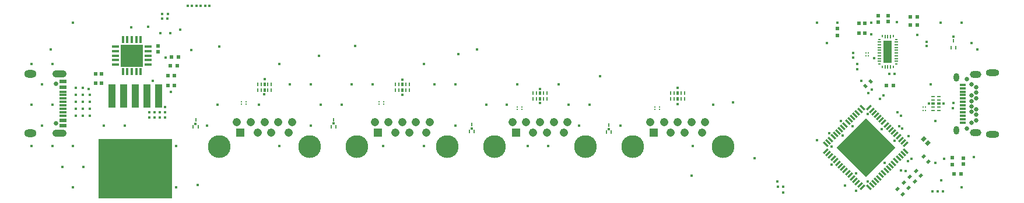
<source format=gts>
G04*
G04 #@! TF.GenerationSoftware,Altium Limited,Altium Designer,25.8.1 (18)*
G04*
G04 Layer_Color=8388736*
%FSLAX44Y44*%
%MOMM*%
G71*
G04*
G04 #@! TF.SameCoordinates,C96D2FE9-1FD8-438A-A999-0EA797086850*
G04*
G04*
G04 #@! TF.FilePolarity,Negative*
G04*
G01*
G75*
G04:AMPARAMS|DCode=15|XSize=0.85mm|YSize=0.3mm|CornerRadius=0mm|HoleSize=0mm|Usage=FLASHONLY|Rotation=45.000|XOffset=0mm|YOffset=0mm|HoleType=Round|Shape=Rectangle|*
%AMROTATEDRECTD15*
4,1,4,-0.1945,-0.4066,-0.4066,-0.1945,0.1945,0.4066,0.4066,0.1945,-0.1945,-0.4066,0.0*
%
%ADD15ROTATEDRECTD15*%

G04:AMPARAMS|DCode=16|XSize=0.85mm|YSize=0.3mm|CornerRadius=0mm|HoleSize=0mm|Usage=FLASHONLY|Rotation=315.000|XOffset=0mm|YOffset=0mm|HoleType=Round|Shape=Rectangle|*
%AMROTATEDRECTD16*
4,1,4,-0.4066,0.1945,-0.1945,0.4066,0.4066,-0.1945,0.1945,-0.4066,-0.4066,0.1945,0.0*
%
%ADD16ROTATEDRECTD16*%

G04:AMPARAMS|DCode=17|XSize=0.46mm|YSize=0.2mm|CornerRadius=0.025mm|HoleSize=0mm|Usage=FLASHONLY|Rotation=90.000|XOffset=0mm|YOffset=0mm|HoleType=Round|Shape=RoundedRectangle|*
%AMROUNDEDRECTD17*
21,1,0.4600,0.1500,0,0,90.0*
21,1,0.4100,0.2000,0,0,90.0*
1,1,0.0500,0.0750,0.2050*
1,1,0.0500,0.0750,-0.2050*
1,1,0.0500,-0.0750,-0.2050*
1,1,0.0500,-0.0750,0.2050*
%
%ADD17ROUNDEDRECTD17*%
%ADD18R,0.9000X0.3000*%
%ADD19R,0.6000X0.5400*%
%ADD20R,1.2000X3.2000*%
%ADD21R,0.2000X0.5000*%
%ADD22R,0.5000X0.2000*%
%ADD23R,0.5400X0.6000*%
G04:AMPARAMS|DCode=24|XSize=0.475mm|YSize=0.5mm|CornerRadius=0mm|HoleSize=0mm|Usage=FLASHONLY|Rotation=225.000|XOffset=0mm|YOffset=0mm|HoleType=Round|Shape=Rectangle|*
%AMROTATEDRECTD24*
4,1,4,-0.0088,0.3447,0.3447,-0.0088,0.0088,-0.3447,-0.3447,0.0088,-0.0088,0.3447,0.0*
%
%ADD24ROTATEDRECTD24*%

%ADD25P,8.5560X4X90.0*%
G04:AMPARAMS|DCode=26|XSize=0.54mm|YSize=0.6mm|CornerRadius=0mm|HoleSize=0mm|Usage=FLASHONLY|Rotation=315.000|XOffset=0mm|YOffset=0mm|HoleType=Round|Shape=Rectangle|*
%AMROTATEDRECTD26*
4,1,4,-0.4031,-0.0212,0.0212,0.4031,0.4031,0.0212,-0.0212,-0.4031,-0.4031,-0.0212,0.0*
%
%ADD26ROTATEDRECTD26*%

G04:AMPARAMS|DCode=27|XSize=0.475mm|YSize=0.5mm|CornerRadius=0mm|HoleSize=0mm|Usage=FLASHONLY|Rotation=135.000|XOffset=0mm|YOffset=0mm|HoleType=Round|Shape=Rectangle|*
%AMROTATEDRECTD27*
4,1,4,0.3447,0.0088,-0.0088,-0.3447,-0.3447,-0.0088,0.0088,0.3447,0.3447,0.0088,0.0*
%
%ADD27ROTATEDRECTD27*%

%ADD28R,0.4750X0.5000*%
%ADD29R,0.3500X1.0000*%
%ADD30R,3.2500X3.2500*%
%ADD31R,1.0000X0.3500*%
%ADD32R,1.1400X0.6000*%
G04:AMPARAMS|DCode=33|XSize=0.565mm|YSize=0.2mm|CornerRadius=0.005mm|HoleSize=0mm|Usage=FLASHONLY|Rotation=90.000|XOffset=0mm|YOffset=0mm|HoleType=Round|Shape=RoundedRectangle|*
%AMROUNDEDRECTD33*
21,1,0.5650,0.1900,0,0,90.0*
21,1,0.5550,0.2000,0,0,90.0*
1,1,0.0100,0.0950,0.2775*
1,1,0.0100,0.0950,-0.2775*
1,1,0.0100,-0.0950,-0.2775*
1,1,0.0100,-0.0950,0.2775*
%
%ADD33ROUNDEDRECTD33*%
%ADD34R,0.2300X0.2200*%
%ADD35R,0.4000X0.2000*%
%ADD36R,0.2000X0.4000*%
%ADD37R,0.5000X0.4750*%
%ADD38R,1.1400X0.3000*%
G04:AMPARAMS|DCode=39|XSize=0.565mm|YSize=0.2mm|CornerRadius=0.005mm|HoleSize=0mm|Usage=FLASHONLY|Rotation=180.000|XOffset=0mm|YOffset=0mm|HoleType=Round|Shape=RoundedRectangle|*
%AMROUNDEDRECTD39*
21,1,0.5650,0.1900,0,0,180.0*
21,1,0.5550,0.2000,0,0,180.0*
1,1,0.0100,-0.2775,0.0950*
1,1,0.0100,0.2775,0.0950*
1,1,0.0100,0.2775,-0.0950*
1,1,0.0100,-0.2775,-0.0950*
%
%ADD39ROUNDEDRECTD39*%
%ADD40R,0.2200X0.2300*%
G04:AMPARAMS|DCode=41|XSize=0.565mm|YSize=0.4mm|CornerRadius=0.01mm|HoleSize=0mm|Usage=FLASHONLY|Rotation=180.000|XOffset=0mm|YOffset=0mm|HoleType=Round|Shape=RoundedRectangle|*
%AMROUNDEDRECTD41*
21,1,0.5650,0.3800,0,0,180.0*
21,1,0.5450,0.4000,0,0,180.0*
1,1,0.0200,-0.2725,0.1900*
1,1,0.0200,0.2725,0.1900*
1,1,0.0200,0.2725,-0.1900*
1,1,0.0200,-0.2725,-0.1900*
%
%ADD41ROUNDEDRECTD41*%
G04:AMPARAMS|DCode=42|XSize=0.565mm|YSize=0.4mm|CornerRadius=0.01mm|HoleSize=0mm|Usage=FLASHONLY|Rotation=90.000|XOffset=0mm|YOffset=0mm|HoleType=Round|Shape=RoundedRectangle|*
%AMROUNDEDRECTD42*
21,1,0.5650,0.3800,0,0,90.0*
21,1,0.5450,0.4000,0,0,90.0*
1,1,0.0200,0.1900,0.2725*
1,1,0.0200,0.1900,-0.2725*
1,1,0.0200,-0.1900,-0.2725*
1,1,0.0200,-0.1900,0.2725*
%
%ADD42ROUNDEDRECTD42*%
%ADD43R,1.0000X3.4000*%
%ADD44R,10.7000X8.6000*%
%ADD45C,0.6500*%
%ADD46C,1.2080*%
%ADD47O,2.1000X1.0500*%
%ADD48O,1.7780X1.1430*%
%ADD49R,1.2080X1.2080*%
%ADD50C,3.3160*%
%ADD51O,0.8500X1.2000*%
%ADD52O,1.9500X0.9500*%
%ADD53O,1.6500X1.0500*%
%ADD54C,0.6800*%
%ADD55C,0.4500*%
D15*
X1286016Y101576D02*
D03*
X1247125Y140467D02*
D03*
X1243590Y144002D02*
D03*
X1250661Y136931D02*
D03*
X1254196Y133396D02*
D03*
X1257732Y129860D02*
D03*
X1261267Y126325D02*
D03*
X1264803Y122789D02*
D03*
X1268338Y119253D02*
D03*
X1271874Y115718D02*
D03*
X1275409Y112182D02*
D03*
X1278945Y108647D02*
D03*
X1282480Y105111D02*
D03*
X1289552Y98040D02*
D03*
X1293087Y94505D02*
D03*
X1296623Y90969D02*
D03*
X1233690Y28037D02*
D03*
X1230155Y31572D02*
D03*
X1226619Y35108D02*
D03*
X1223083Y38643D02*
D03*
X1219548Y42179D02*
D03*
X1216012Y45714D02*
D03*
X1212477Y49250D02*
D03*
X1208941Y52785D02*
D03*
X1205406Y56321D02*
D03*
X1201870Y59857D02*
D03*
X1198335Y63392D02*
D03*
X1194799Y66927D02*
D03*
X1191264Y70463D02*
D03*
X1187728Y73999D02*
D03*
X1184193Y77534D02*
D03*
X1180657Y81070D02*
D03*
D16*
X1247125Y31572D02*
D03*
X1180657Y90969D02*
D03*
X1212477Y122789D02*
D03*
X1216012Y126325D02*
D03*
X1230155Y140467D02*
D03*
X1233690Y144002D02*
D03*
X1296623Y81070D02*
D03*
X1293087Y77534D02*
D03*
X1289552Y73999D02*
D03*
X1286016Y70463D02*
D03*
X1282480Y66927D02*
D03*
X1278945Y63392D02*
D03*
X1275409Y59857D02*
D03*
X1271874Y56321D02*
D03*
X1268338Y52785D02*
D03*
X1264803Y49250D02*
D03*
X1261267Y45714D02*
D03*
X1257732Y42179D02*
D03*
X1254196Y38643D02*
D03*
X1250661Y35108D02*
D03*
X1243590Y28037D02*
D03*
X1184193Y94505D02*
D03*
X1187728Y98040D02*
D03*
X1191264Y101576D02*
D03*
X1194799Y105111D02*
D03*
X1198335Y108647D02*
D03*
X1201870Y112182D02*
D03*
X1205406Y115718D02*
D03*
X1208941Y119253D02*
D03*
X1219548Y129860D02*
D03*
X1223083Y133396D02*
D03*
X1226619Y136931D02*
D03*
D17*
X1366120Y241574D02*
D03*
X466017Y126700D02*
D03*
X865569Y118999D02*
D03*
X666431Y119700D02*
D03*
X265788Y126700D02*
D03*
X269288Y116300D02*
D03*
X262288D02*
D03*
X1362620Y231174D02*
D03*
X1369620D02*
D03*
X862069Y108599D02*
D03*
X869069D02*
D03*
X662931Y109300D02*
D03*
X669931D02*
D03*
X462517Y116300D02*
D03*
X469517D02*
D03*
D18*
X1379750Y177500D02*
D03*
Y122500D02*
D03*
Y147500D02*
D03*
Y142500D02*
D03*
Y137500D02*
D03*
Y132500D02*
D03*
Y127500D02*
D03*
Y152500D02*
D03*
Y157500D02*
D03*
Y162500D02*
D03*
Y167500D02*
D03*
Y172500D02*
D03*
D19*
X1270961Y277852D02*
D03*
X1256895Y277771D02*
D03*
X1380598Y61748D02*
D03*
X211364Y233958D02*
D03*
Y225358D02*
D03*
X1270961Y269252D02*
D03*
X1380598Y70348D02*
D03*
X1256895Y269171D02*
D03*
D20*
X1270679Y225737D02*
D03*
D21*
Y247737D02*
D03*
X1266679D02*
D03*
Y203737D02*
D03*
X1270679D02*
D03*
X1274679D02*
D03*
Y247737D02*
D03*
D22*
X1258679Y231737D02*
D03*
Y239737D02*
D03*
Y235737D02*
D03*
Y227737D02*
D03*
Y223737D02*
D03*
Y219737D02*
D03*
Y215737D02*
D03*
Y211737D02*
D03*
X1282679D02*
D03*
Y215737D02*
D03*
Y219737D02*
D03*
Y223737D02*
D03*
Y227737D02*
D03*
Y231737D02*
D03*
Y235737D02*
D03*
Y239737D02*
D03*
D23*
X1228631Y252803D02*
D03*
X1228631Y267068D02*
D03*
X234455Y190541D02*
D03*
X120466Y193519D02*
D03*
X234557Y176444D02*
D03*
X120428Y179894D02*
D03*
X129028D02*
D03*
X129066Y193519D02*
D03*
X225855Y190541D02*
D03*
X225957Y176444D02*
D03*
X1237231Y267068D02*
D03*
X1237231Y252803D02*
D03*
D24*
X1245459Y182598D02*
D03*
X1238218Y175357D02*
D03*
D25*
X1238640Y86019D02*
D03*
D26*
X1329029Y92541D02*
D03*
X1322948Y98623D02*
D03*
D27*
X1329741Y65526D02*
D03*
X1309811Y36575D02*
D03*
X1300945Y27413D02*
D03*
X1292072Y18254D02*
D03*
X1302570Y43815D02*
D03*
X1284832Y25495D02*
D03*
X1293704Y34654D02*
D03*
X1322500Y72767D02*
D03*
X1318976Y45128D02*
D03*
X1311735Y52369D02*
D03*
D28*
X1377212Y48116D02*
D03*
X239452Y204921D02*
D03*
X1313522Y276724D02*
D03*
X1303282D02*
D03*
X1313322Y264539D02*
D03*
X1303082D02*
D03*
X229212Y204921D02*
D03*
X230643Y217903D02*
D03*
X240883D02*
D03*
X1279152Y176276D02*
D03*
X1268912D02*
D03*
X1366972Y48116D02*
D03*
D29*
X179525Y243496D02*
D03*
X166525D02*
D03*
X173025D02*
D03*
X179525Y196496D02*
D03*
X166525D02*
D03*
X173025D02*
D03*
X186025Y243496D02*
D03*
X160025D02*
D03*
Y196496D02*
D03*
X186025D02*
D03*
D30*
X173025Y219996D02*
D03*
D31*
X196525Y213496D02*
D03*
X149525Y232996D02*
D03*
Y226496D02*
D03*
Y219996D02*
D03*
Y213496D02*
D03*
Y206996D02*
D03*
X196525D02*
D03*
Y219996D02*
D03*
Y226496D02*
D03*
Y232996D02*
D03*
D32*
X73500Y182000D02*
D03*
Y118000D02*
D03*
Y126000D02*
D03*
Y174000D02*
D03*
D33*
X375700Y178331D02*
D03*
Y169981D02*
D03*
X370700Y178331D02*
D03*
Y169981D02*
D03*
X955700Y165296D02*
D03*
X960700D02*
D03*
X970700D02*
D03*
X975700D02*
D03*
Y156946D02*
D03*
X970700D02*
D03*
X960700D02*
D03*
X955700D02*
D03*
X755700Y165296D02*
D03*
X760700D02*
D03*
X770700D02*
D03*
X775700D02*
D03*
Y156946D02*
D03*
X770700D02*
D03*
X760700D02*
D03*
X755700D02*
D03*
X555700Y178331D02*
D03*
X560700D02*
D03*
X570700D02*
D03*
X575700D02*
D03*
Y169981D02*
D03*
X570700D02*
D03*
X560700D02*
D03*
X555700D02*
D03*
X355700Y178331D02*
D03*
X360700D02*
D03*
Y169981D02*
D03*
X355700D02*
D03*
D34*
X339200Y149091D02*
D03*
X332200D02*
D03*
X932446Y145083D02*
D03*
Y141383D02*
D03*
X939446Y145083D02*
D03*
Y141383D02*
D03*
X732312Y145083D02*
D03*
Y141383D02*
D03*
X739312Y145083D02*
D03*
Y141383D02*
D03*
X532200Y152751D02*
D03*
Y149051D02*
D03*
X539200Y152751D02*
D03*
Y149051D02*
D03*
X332200Y152791D02*
D03*
X339200D02*
D03*
D35*
X1258179Y243737D02*
D03*
Y207737D02*
D03*
X1283179D02*
D03*
Y243737D02*
D03*
D36*
X1262679Y203237D02*
D03*
X1278679D02*
D03*
Y248237D02*
D03*
X1262679D02*
D03*
D37*
X1197547Y248967D02*
D03*
Y259207D02*
D03*
X1364582Y71594D02*
D03*
Y61354D02*
D03*
D38*
X73500Y132500D02*
D03*
Y137500D02*
D03*
Y142500D02*
D03*
Y147500D02*
D03*
Y152500D02*
D03*
Y157500D02*
D03*
Y162500D02*
D03*
Y167500D02*
D03*
D39*
X1336405Y140062D02*
D03*
Y145062D02*
D03*
Y155062D02*
D03*
Y160062D02*
D03*
X1344754D02*
D03*
Y155062D02*
D03*
Y145062D02*
D03*
Y140062D02*
D03*
D40*
X1242549Y219323D02*
D03*
X1238849D02*
D03*
X1242591Y224218D02*
D03*
X1238891D02*
D03*
X1325743Y145062D02*
D03*
X1322043D02*
D03*
X1325743Y140062D02*
D03*
X1322043D02*
D03*
D41*
X1344754Y150062D02*
D03*
X1336405D02*
D03*
D42*
X965700Y165296D02*
D03*
Y156946D02*
D03*
X765700D02*
D03*
Y165296D02*
D03*
X565700Y178331D02*
D03*
Y169981D02*
D03*
X365700D02*
D03*
Y178331D02*
D03*
D43*
X177992Y161492D02*
D03*
X143992D02*
D03*
X160992D02*
D03*
X194992D02*
D03*
X211992D02*
D03*
D44*
X177992Y55492D02*
D03*
D45*
X1391950Y178000D02*
D03*
Y122000D02*
D03*
X62800Y178900D02*
D03*
Y121100D02*
D03*
X1391950Y146000D02*
D03*
Y154000D02*
D03*
X1398950Y142000D02*
D03*
Y158000D02*
D03*
X1391950Y138000D02*
D03*
Y162000D02*
D03*
X1398950Y166000D02*
D03*
Y134000D02*
D03*
Y126000D02*
D03*
Y174000D02*
D03*
D46*
X965700Y122800D02*
D03*
X1000700Y107800D02*
D03*
X565700Y122800D02*
D03*
X365700D02*
D03*
X765700D02*
D03*
X800700Y107800D02*
D03*
X600700D02*
D03*
X400700D02*
D03*
X405700Y122800D02*
D03*
X345700D02*
D03*
X385700D02*
D03*
X355700Y107800D02*
D03*
X325700Y122800D02*
D03*
X375700Y107800D02*
D03*
X975700D02*
D03*
X955700D02*
D03*
X985700Y122800D02*
D03*
X945700D02*
D03*
X1005700D02*
D03*
X925700D02*
D03*
X775700Y107800D02*
D03*
X755700D02*
D03*
X785700Y122800D02*
D03*
X745700D02*
D03*
X805700D02*
D03*
X725700D02*
D03*
X575700Y107800D02*
D03*
X555700D02*
D03*
X585700Y122800D02*
D03*
X545700D02*
D03*
X605700D02*
D03*
X525700D02*
D03*
D47*
X67800Y193200D02*
D03*
Y106800D02*
D03*
D48*
X26000Y193200D02*
D03*
Y106800D02*
D03*
D49*
X330700Y107800D02*
D03*
X930700D02*
D03*
X730700D02*
D03*
X530700D02*
D03*
D50*
X1031400Y87800D02*
D03*
X900000D02*
D03*
X831400D02*
D03*
X700000D02*
D03*
X631400D02*
D03*
X500000D02*
D03*
X431400D02*
D03*
X300000D02*
D03*
D51*
X1369950Y111550D02*
D03*
Y188450D02*
D03*
D52*
X1423100Y105000D02*
D03*
Y195000D02*
D03*
D53*
X1397950Y107800D02*
D03*
Y192200D02*
D03*
D54*
X1385450Y114000D02*
D03*
Y186000D02*
D03*
D55*
X1077372Y70942D02*
D03*
X1351125Y22440D02*
D03*
X1343301D02*
D03*
X1335489Y22473D02*
D03*
X1352550Y69850D02*
D03*
X985716Y44974D02*
D03*
X1167609Y97128D02*
D03*
X1231010Y103057D02*
D03*
X1185766Y106988D02*
D03*
X1189293Y61088D02*
D03*
X1290049Y52453D02*
D03*
X1304804Y70208D02*
D03*
X1300179Y66519D02*
D03*
X1348206Y38332D02*
D03*
X1339850Y63500D02*
D03*
X1296514Y52124D02*
D03*
X1208210Y30607D02*
D03*
X1224768Y23292D02*
D03*
X1257516Y65123D02*
D03*
X1189126Y87221D02*
D03*
X1224729Y91029D02*
D03*
X1301129Y103182D02*
D03*
X1377589Y268150D02*
D03*
X1392589Y238150D02*
D03*
X1377589Y28150D02*
D03*
X1347590Y268150D02*
D03*
X1332590Y178150D02*
D03*
X1197589Y268150D02*
D03*
X1167589D02*
D03*
X1182589Y238150D02*
D03*
X1017590Y148150D02*
D03*
X987590Y88150D02*
D03*
X882590Y118150D02*
D03*
X837590Y148150D02*
D03*
X807590D02*
D03*
X822590Y118150D02*
D03*
X792590Y178150D02*
D03*
X777590Y88150D02*
D03*
X747590D02*
D03*
X732590Y178150D02*
D03*
X717590Y148150D02*
D03*
X687590D02*
D03*
X642590Y178150D02*
D03*
Y118150D02*
D03*
X597590Y208150D02*
D03*
X612590Y178150D02*
D03*
X597590Y88150D02*
D03*
X537590D02*
D03*
X522590Y178150D02*
D03*
X492590D02*
D03*
X477590Y148150D02*
D03*
X447590D02*
D03*
X432590Y178150D02*
D03*
Y118150D02*
D03*
X387590Y208150D02*
D03*
X402590Y178150D02*
D03*
X387590Y88150D02*
D03*
X357590Y148150D02*
D03*
X297590D02*
D03*
X282590Y118150D02*
D03*
X237590Y88150D02*
D03*
Y28150D02*
D03*
X162590Y118150D02*
D03*
X132590D02*
D03*
X87590Y268150D02*
D03*
Y88150D02*
D03*
X102590Y58150D02*
D03*
X87590Y28150D02*
D03*
X57590Y208150D02*
D03*
Y148150D02*
D03*
Y88150D02*
D03*
X72590Y58150D02*
D03*
X27590Y208150D02*
D03*
X42590Y178150D02*
D03*
X27590Y148150D02*
D03*
X42590Y118150D02*
D03*
X27590Y88150D02*
D03*
X259398Y227878D02*
D03*
X1241902Y135061D02*
D03*
X1400324Y228828D02*
D03*
X1365384Y143812D02*
D03*
X1365651Y151277D02*
D03*
X1241506Y36935D02*
D03*
X1280332Y96162D02*
D03*
X1246658Y61898D02*
D03*
X1224584Y48512D02*
D03*
X221942Y217406D02*
D03*
X1339839Y124581D02*
D03*
X965627Y173428D02*
D03*
X965711Y149504D02*
D03*
X265667Y120926D02*
D03*
X465987Y121019D02*
D03*
X865509Y113363D02*
D03*
X666461Y114008D02*
D03*
X765525Y171491D02*
D03*
X765714Y150795D02*
D03*
X565632Y185295D02*
D03*
X565917Y163104D02*
D03*
X365740Y185464D02*
D03*
X365580Y163569D02*
D03*
X1366160Y248005D02*
D03*
X203304Y183028D02*
D03*
X172419Y260763D02*
D03*
X196589Y262176D02*
D03*
X1232402Y183083D02*
D03*
X1270961Y277852D02*
D03*
X1270677Y232414D02*
D03*
Y238764D02*
D03*
Y226064D02*
D03*
X1330207Y150167D02*
D03*
X1351856Y150024D02*
D03*
X1270677Y219714D02*
D03*
Y213364D02*
D03*
X1256895Y277771D02*
D03*
X1228631Y252803D02*
D03*
X1228631Y267068D02*
D03*
X1247744Y100266D02*
D03*
X1329741Y65526D02*
D03*
X1380598Y61748D02*
D03*
X1266370Y84872D02*
D03*
X1257225Y94200D02*
D03*
X1251593Y85336D02*
D03*
X1245464Y80433D02*
D03*
X1266489Y63650D02*
D03*
X1238610Y113656D02*
D03*
X1205331Y103945D02*
D03*
X1229835Y61823D02*
D03*
X1215478Y81732D02*
D03*
X228934Y253047D02*
D03*
X214512Y253047D02*
D03*
X230162Y167458D02*
D03*
X218716Y65281D02*
D03*
Y85601D02*
D03*
X198396D02*
D03*
Y65281D02*
D03*
X218716Y44961D02*
D03*
Y24641D02*
D03*
X198396Y44961D02*
D03*
X178076Y24641D02*
D03*
X198396D02*
D03*
X178076Y85601D02*
D03*
X157756Y65281D02*
D03*
X178076D02*
D03*
X157756Y85601D02*
D03*
X137436D02*
D03*
Y65281D02*
D03*
X178076Y44961D02*
D03*
X157756Y24641D02*
D03*
Y44961D02*
D03*
X137436D02*
D03*
Y24641D02*
D03*
X1219341Y117505D02*
D03*
X300266Y233590D02*
D03*
X497613Y233816D02*
D03*
X216845Y273716D02*
D03*
X1242781Y165227D02*
D03*
X1247766Y170212D02*
D03*
X1272879Y193001D02*
D03*
X1264612Y161747D02*
D03*
X1259634Y156769D02*
D03*
X1119023Y28723D02*
D03*
X1110225Y36365D02*
D03*
X1118989Y20638D02*
D03*
X1395396Y72009D02*
D03*
X1287341Y117502D02*
D03*
X1291406Y113436D02*
D03*
X1327262Y233670D02*
D03*
X1327345Y240219D02*
D03*
X1220285Y224105D02*
D03*
Y217065D02*
D03*
X1226454Y207450D02*
D03*
Y199973D02*
D03*
X1246219Y251353D02*
D03*
X1313620Y249720D02*
D03*
X1250600Y215939D02*
D03*
X285750Y292100D02*
D03*
X279400D02*
D03*
X273050D02*
D03*
X266700D02*
D03*
X260350D02*
D03*
X254000D02*
D03*
X1246454Y267964D02*
D03*
X55594Y228937D02*
D03*
X1283916Y269016D02*
D03*
X674219Y228545D02*
D03*
X1046020Y152303D02*
D03*
X852740Y189983D02*
D03*
X647113Y221847D02*
D03*
X225149Y280292D02*
D03*
X217143Y280510D02*
D03*
X224593Y273537D02*
D03*
X444904Y219712D02*
D03*
X220980Y144780D02*
D03*
Y137160D02*
D03*
X213360D02*
D03*
X220980Y129540D02*
D03*
X213360D02*
D03*
X205740Y137160D02*
D03*
X198120D02*
D03*
X205740Y129540D02*
D03*
X198120D02*
D03*
X1202382Y124842D02*
D03*
X1284532Y137756D02*
D03*
X1289510Y132778D02*
D03*
X269024Y31814D02*
D03*
X243334Y257672D02*
D03*
X91440Y132080D02*
D03*
X101600D02*
D03*
X111760D02*
D03*
X91440Y142240D02*
D03*
X101600D02*
D03*
X111760D02*
D03*
X91440Y152400D02*
D03*
X101600D02*
D03*
X111760D02*
D03*
X91440Y162560D02*
D03*
X101600D02*
D03*
X111760D02*
D03*
X110423Y171402D02*
D03*
X101600Y172720D02*
D03*
X91440D02*
D03*
X1111331Y29227D02*
D03*
X1262093Y112974D02*
D03*
X1280479Y193001D02*
D03*
M02*

</source>
